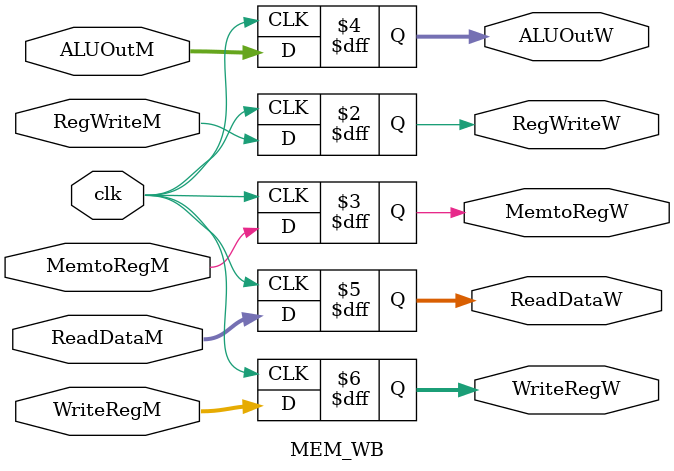
<source format=v>
module MEM_WB(RegWriteM, MemtoRegM, ALUOutM, ReadDataM, WriteRegM, RegWriteW, 
	      MemtoRegW, ALUOutW, ReadDataW, WriteRegW, clk);
// define the input pins
input RegWriteM, MemtoRegM, clk;
input[31:0] ALUOutM, ReadDataM;
input[4:0] WriteRegM;

// define the output pins
output reg RegWriteW, MemtoRegW;
output reg [31:0] ALUOutW, ReadDataW;
output reg [4:0] WriteRegW;

// Memory Stage: memory for load
always@(posedge clk)
begin
RegWriteW <= RegWriteM;
MemtoRegW <= MemtoRegM;
ALUOutW <= ALUOutM;
ReadDataW <= ReadDataM;
WriteRegW <= WriteRegM;
end 

endmodule

</source>
